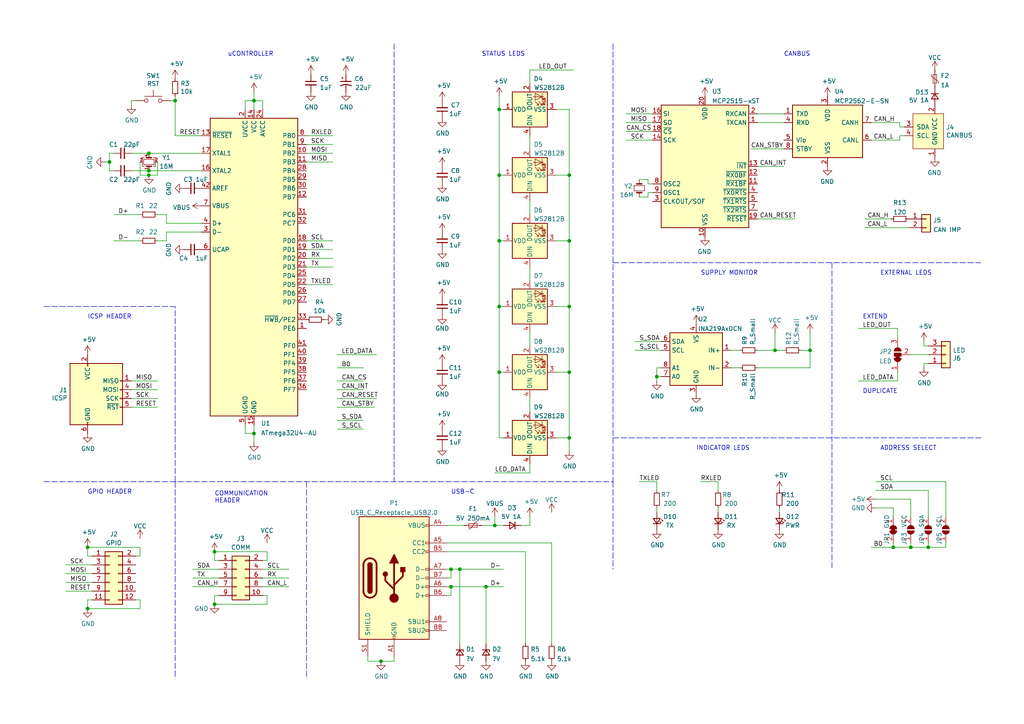
<source format=kicad_sch>
(kicad_sch (version 20211123) (generator eeschema)
  (paper "A4")
  (title_block (title "Status Light") (date "2022-02-03") (rev "1.0.0"))
  (junction (at 73.66 29.21))
  (junction (at 43.18 44.45))
  (junction (at 144.78 88.9))
  (junction (at 43.18 50.8))
  (junction (at 165.1 50.8))
  (junction (at 143.51 152.4))
  (junction (at 144.78 50.8))
  (junction (at 62.23 175.26))
  (junction (at 269.24 158.75))
  (junction (at 259.08 158.75))
  (junction (at 25.4 158.75))
  (junction (at 165.1 88.9))
  (junction (at 144.78 31.75))
  (junction (at 73.66 125.73))
  (junction (at 133.35 165.1))
  (junction (at 234.95 101.6))
  (junction (at 110.49 191.77))
  (junction (at 144.78 107.95))
  (junction (at 130.81 165.1))
  (junction (at 190.5 109.22))
  (junction (at 144.78 69.85))
  (junction (at 264.16 158.75))
  (junction (at 130.81 170.18))
  (junction (at 165.1 127))
  (junction (at 224.79 101.6))
  (junction (at 50.8 29.21))
  (junction (at 165.1 107.95))
  (junction (at 43.18 49.53))
  (junction (at 25.4 176.53))
  (junction (at 31.75 46.99))
  (junction (at 140.97 170.18))
  (junction (at 165.1 69.85))
  (junction (at 62.23 160.02))
  (wire (pts (xy 185.42 139.7) (xy 190.5 139.7)))
  (wire (pts (xy 133.35 165.1) (xy 133.35 186.69)))
  (wire (pts (xy 144.78 127) (xy 146.05 127)))
  (wire (pts (xy 26.67 168.91) (xy 19.05 168.91)))
  (wire (pts (xy 212.09 101.6) (xy 214.63 101.6)))
  (wire (pts (xy 153.67 58.42) (xy 153.67 62.23)))
  (wire (pts (xy 143.51 149.86) (xy 143.51 152.4)))
  (wire (pts (xy 73.66 125.73) (xy 73.66 128.27)))
  (wire (pts (xy 19.05 171.45) (xy 26.67 171.45)))
  (wire (pts (xy 50.8 29.21) (xy 50.8 39.37)))
  (wire (pts (xy 165.1 69.85) (xy 165.1 88.9)))
  (wire (pts (xy 153.67 20.32) (xy 166.37 20.32)))
  (wire (pts (xy 146.05 50.8) (xy 144.78 50.8)))
  (wire (pts (xy 38.1 49.53) (xy 43.18 49.53)))
  (wire (pts (xy 146.05 88.9) (xy 144.78 88.9)))
  (wire (pts (xy 161.29 50.8) (xy 165.1 50.8)))
  (wire (pts (xy 252.73 40.64) (xy 260.985 40.64)))
  (wire (pts (xy 139.7 152.4) (xy 143.51 152.4)))
  (wire (pts (xy 153.67 152.4) (xy 151.13 152.4)))
  (wire (pts (xy 269.24 158.75) (xy 274.32 158.75)))
  (wire (pts (xy 73.66 29.21) (xy 73.66 31.75)))
  (wire (pts (xy 129.54 172.72) (xy 130.81 172.72)))
  (wire (pts (xy 267.97 100.33) (xy 269.24 100.33)))
  (wire (pts (xy 38.1 110.49) (xy 45.72 110.49)))
  (wire (pts (xy 50.8 29.21) (xy 50.8 27.94)))
  (wire (pts (xy 258.445 63.5) (xy 250.825 63.5)))
  (wire (pts (xy 73.66 29.21) (xy 71.12 29.21)))
  (wire (pts (xy 165.1 127) (xy 161.29 127)))
  (wire (pts (xy 191.77 106.68) (xy 190.5 106.68)))
  (wire (pts (xy 43.18 44.45) (xy 58.42 44.45)))
  (wire (pts (xy 161.29 107.95) (xy 165.1 107.95)))
  (wire (pts (xy 153.67 96.52) (xy 153.67 100.33)))
  (wire (pts (xy 62.23 160.02) (xy 77.47 160.02)))
  (wire (pts (xy 83.82 167.64) (xy 76.2 167.64)))
  (wire (pts (xy 224.79 96.52) (xy 224.79 101.6)))
  (wire (pts (xy 219.71 106.68) (xy 234.95 106.68)))
  (wire (pts (xy 105.41 124.46) (xy 97.79 124.46)))
  (wire (pts (xy 203.2 139.7) (xy 208.28 139.7)))
  (wire (pts (xy 106.68 190.5) (xy 106.68 191.77)))
  (wire (pts (xy 160.02 157.48) (xy 160.02 186.69)))
  (wire (pts (xy 259.08 158.75) (xy 252.73 158.75)))
  (wire (pts (xy 234.95 101.6) (xy 234.95 96.52)))
  (wire (pts (xy 190.5 106.68) (xy 190.5 109.22)))
  (wire (pts (xy 31.75 46.99) (xy 31.75 49.53)))
  (wire (pts (xy 189.23 33.02) (xy 181.61 33.02)))
  (wire (pts (xy 31.75 44.45) (xy 31.75 46.99)))
  (wire (pts (xy 40.64 161.29) (xy 39.37 161.29)))
  (wire (pts (xy 130.81 170.18) (xy 140.97 170.18)))
  (wire (pts (xy 73.66 29.21) (xy 76.2 29.21)))
  (wire (pts (xy 114.3 191.77) (xy 110.49 191.77)))
  (wire (pts (xy 189.23 35.56) (xy 181.61 35.56)))
  (wire (pts (xy 260.985 39.37) (xy 260.985 40.64)))
  (wire (pts (xy 252.73 35.56) (xy 260.985 35.56)))
  (wire (pts (xy 191.77 99.06) (xy 184.15 99.06)))
  (wire (pts (xy 33.02 44.45) (xy 31.75 44.45)))
  (wire (pts (xy 153.67 115.57) (xy 153.67 119.38)))
  (wire (pts (xy 190.5 142.24) (xy 190.5 139.7)))
  (wire (pts (xy 33.02 69.85) (xy 40.64 69.85)))
  (wire (pts (xy 63.5 170.18) (xy 55.88 170.18)))
  (wire (pts (xy 48.26 64.77) (xy 48.26 62.23)))
  (wire (pts (xy 219.71 33.02) (xy 227.33 33.02)))
  (wire (pts (xy 58.42 64.77) (xy 48.26 64.77)))
  (wire (pts (xy 259.08 157.48) (xy 259.08 158.75)))
  (wire (pts (xy 144.78 107.95) (xy 144.78 127)))
  (polyline (pts (xy 50.8 139.7) (xy 50.8 196.85)))
  (polyline (pts (xy 12.7 88.9) (xy 50.8 88.9)))
  (wire (pts (xy 63.5 162.56) (xy 62.23 162.56)))
  (wire (pts (xy 212.09 106.68) (xy 214.63 106.68)))
  (wire (pts (xy 43.18 50.8) (xy 45.72 50.8)))
  (wire (pts (xy 259.08 147.32) (xy 254 147.32)))
  (wire (pts (xy 254 139.7) (xy 274.32 139.7)))
  (wire (pts (xy 274.32 139.7) (xy 274.32 149.86)))
  (wire (pts (xy 144.78 50.8) (xy 144.78 69.85)))
  (wire (pts (xy 48.26 67.31) (xy 48.26 69.85)))
  (wire (pts (xy 45.72 62.23) (xy 48.26 62.23)))
  (wire (pts (xy 259.08 149.86) (xy 259.08 147.32)))
  (wire (pts (xy 40.64 158.75) (xy 40.64 161.29)))
  (wire (pts (xy 97.79 102.87) (xy 109.22 102.87)))
  (polyline (pts (xy 88.9 139.7) (xy 88.9 196.85)))
  (polyline (pts (xy 177.8 12.7) (xy 177.8 139.7)))
  (wire (pts (xy 96.52 77.47) (xy 88.9 77.47)))
  (wire (pts (xy 187.96 57.15) (xy 185.42 57.15)))
  (wire (pts (xy 109.22 115.57) (xy 97.79 115.57)))
  (wire (pts (xy 248.92 95.25) (xy 260.35 95.25)))
  (wire (pts (xy 96.52 74.93) (xy 88.9 74.93)))
  (wire (pts (xy 45.72 69.85) (xy 48.26 69.85)))
  (wire (pts (xy 187.96 53.34) (xy 187.96 52.07)))
  (wire (pts (xy 43.18 49.53) (xy 58.42 49.53)))
  (wire (pts (xy 234.95 106.68) (xy 234.95 101.6)))
  (wire (pts (xy 259.08 158.75) (xy 264.16 158.75)))
  (wire (pts (xy 153.67 149.86) (xy 153.67 152.4)))
  (wire (pts (xy 105.41 121.92) (xy 97.79 121.92)))
  (wire (pts (xy 58.42 67.31) (xy 48.26 67.31)))
  (wire (pts (xy 39.37 29.21) (xy 38.1 29.21)))
  (wire (pts (xy 40.64 46.99) (xy 40.64 50.8)))
  (wire (pts (xy 260.35 107.95) (xy 260.35 110.49)))
  (wire (pts (xy 77.47 175.26) (xy 77.47 172.72)))
  (wire (pts (xy 129.54 152.4) (xy 134.62 152.4)))
  (wire (pts (xy 63.5 165.1) (xy 55.88 165.1)))
  (wire (pts (xy 161.29 88.9) (xy 165.1 88.9)))
  (wire (pts (xy 108.585 118.11) (xy 97.79 118.11)))
  (wire (pts (xy 264.16 144.78) (xy 264.16 149.86)))
  (wire (pts (xy 77.47 160.02) (xy 77.47 162.56)))
  (wire (pts (xy 26.67 166.37) (xy 19.05 166.37)))
  (wire (pts (xy 267.97 105.41) (xy 267.97 106.68)))
  (wire (pts (xy 224.79 101.6) (xy 227.33 101.6)))
  (wire (pts (xy 63.5 172.72) (xy 62.23 172.72)))
  (wire (pts (xy 260.985 35.56) (xy 260.985 36.83)))
  (wire (pts (xy 96.52 41.91) (xy 88.9 41.91)))
  (wire (pts (xy 262.255 39.37) (xy 260.985 39.37)))
  (wire (pts (xy 62.23 175.26) (xy 77.47 175.26)))
  (polyline (pts (xy 177.8 76.2) (xy 284.48 76.2)))
  (wire (pts (xy 38.1 118.11) (xy 45.72 118.11)))
  (wire (pts (xy 165.1 130.81) (xy 165.1 127)))
  (wire (pts (xy 161.29 31.75) (xy 165.1 31.75)))
  (wire (pts (xy 129.54 170.18) (xy 130.81 170.18)))
  (wire (pts (xy 140.97 170.18) (xy 140.97 186.69)))
  (polyline (pts (xy 177.8 139.7) (xy 177.8 165.1)))
  (wire (pts (xy 189.23 53.34) (xy 187.96 53.34)))
  (wire (pts (xy 146.05 69.85) (xy 144.78 69.85)))
  (wire (pts (xy 49.53 29.21) (xy 50.8 29.21)))
  (wire (pts (xy 106.68 191.77) (xy 110.49 191.77)))
  (wire (pts (xy 133.35 165.1) (xy 146.05 165.1)))
  (wire (pts (xy 189.23 55.88) (xy 187.96 55.88)))
  (wire (pts (xy 260.35 95.25) (xy 260.35 97.79)))
  (wire (pts (xy 96.52 82.55) (xy 88.9 82.55)))
  (wire (pts (xy 165.1 50.8) (xy 165.1 69.85)))
  (wire (pts (xy 140.97 170.18) (xy 146.05 170.18)))
  (wire (pts (xy 25.4 176.53) (xy 40.64 176.53)))
  (wire (pts (xy 187.96 55.88) (xy 187.96 57.15)))
  (wire (pts (xy 226.06 147.32) (xy 226.06 148.59)))
  (wire (pts (xy 227.33 43.18) (xy 217.805 43.18)))
  (wire (pts (xy 33.02 62.23) (xy 40.64 62.23)))
  (wire (pts (xy 71.12 123.19) (xy 71.12 125.73)))
  (wire (pts (xy 83.82 165.1) (xy 76.2 165.1)))
  (wire (pts (xy 260.35 110.49) (xy 248.92 110.49)))
  (wire (pts (xy 62.23 172.72) (xy 62.23 175.26)))
  (wire (pts (xy 130.81 172.72) (xy 130.81 170.18)))
  (wire (pts (xy 77.47 172.72) (xy 76.2 172.72)))
  (wire (pts (xy 264.16 102.87) (xy 269.24 102.87)))
  (wire (pts (xy 227.33 48.26) (xy 219.71 48.26)))
  (wire (pts (xy 30.48 46.99) (xy 31.75 46.99)))
  (wire (pts (xy 77.47 162.56) (xy 76.2 162.56)))
  (polyline (pts (xy 114.3 12.7) (xy 114.3 139.7)))
  (wire (pts (xy 219.71 35.56) (xy 227.33 35.56)))
  (wire (pts (xy 71.12 29.21) (xy 71.12 31.75)))
  (wire (pts (xy 129.54 165.1) (xy 130.81 165.1)))
  (wire (pts (xy 189.23 38.1) (xy 181.61 38.1)))
  (wire (pts (xy 153.67 39.37) (xy 153.67 43.18)))
  (wire (pts (xy 190.5 147.32) (xy 190.5 148.59)))
  (wire (pts (xy 45.72 50.8) (xy 45.72 46.99)))
  (wire (pts (xy 31.75 49.53) (xy 33.02 49.53)))
  (wire (pts (xy 187.96 52.07) (xy 185.42 52.07)))
  (wire (pts (xy 153.67 137.16) (xy 143.51 137.16)))
  (wire (pts (xy 190.5 109.22) (xy 191.77 109.22)))
  (wire (pts (xy 38.1 44.45) (xy 43.18 44.45)))
  (wire (pts (xy 269.24 158.75) (xy 269.24 157.48)))
  (wire (pts (xy 269.24 142.24) (xy 254 142.24)))
  (wire (pts (xy 73.66 123.19) (xy 73.66 125.73)))
  (wire (pts (xy 165.1 107.95) (xy 165.1 127)))
  (wire (pts (xy 153.67 134.62) (xy 153.67 137.16)))
  (wire (pts (xy 144.78 27.94) (xy 144.78 31.75)))
  (wire (pts (xy 76.2 29.21) (xy 76.2 31.75)))
  (wire (pts (xy 144.78 31.75) (xy 144.78 50.8)))
  (wire (pts (xy 269.24 105.41) (xy 267.97 105.41)))
  (wire (pts (xy 208.28 142.24) (xy 208.28 139.7)))
  (wire (pts (xy 62.23 162.56) (xy 62.23 160.02)))
  (wire (pts (xy 96.52 72.39) (xy 88.9 72.39)))
  (wire (pts (xy 146.05 107.95) (xy 144.78 107.95)))
  (wire (pts (xy 254 144.78) (xy 264.16 144.78)))
  (wire (pts (xy 96.52 39.37) (xy 88.9 39.37)))
  (wire (pts (xy 40.64 176.53) (xy 40.64 173.99)))
  (polyline (pts (xy 177.8 127) (xy 284.48 127)))
  (wire (pts (xy 264.16 158.75) (xy 269.24 158.75)))
  (wire (pts (xy 153.67 24.13) (xy 153.67 20.32)))
  (polyline (pts (xy 241.3 76.2) (xy 241.3 165.1)))
  (wire (pts (xy 38.1 29.21) (xy 38.1 30.48)))
  (wire (pts (xy 129.54 160.02) (xy 152.4 160.02)))
  (polyline (pts (xy 50.8 139.7) (xy 50.8 88.9)))
  (wire (pts (xy 232.41 101.6) (xy 234.95 101.6)))
  (wire (pts (xy 219.71 101.6) (xy 224.79 101.6)))
  (wire (pts (xy 230.505 63.5) (xy 219.71 63.5)))
  (wire (pts (xy 40.64 50.8) (xy 43.18 50.8)))
  (wire (pts (xy 269.24 142.24) (xy 269.24 149.86)))
  (wire (pts (xy 96.52 46.99) (xy 88.9 46.99)))
  (wire (pts (xy 96.52 44.45) (xy 88.9 44.45)))
  (wire (pts (xy 274.32 158.75) (xy 274.32 157.48)))
  (wire (pts (xy 263.525 66.04) (xy 250.825 66.04)))
  (polyline (pts (xy 12.7 139.7) (xy 177.8 139.7)))
  (wire (pts (xy 144.78 69.85) (xy 144.78 88.9)))
  (wire (pts (xy 97.79 106.68) (xy 105.41 106.68)))
  (wire (pts (xy 71.12 125.73) (xy 73.66 125.73)))
  (wire (pts (xy 73.66 26.67) (xy 73.66 29.21)))
  (wire (pts (xy 105.41 110.49) (xy 97.79 110.49)))
  (wire (pts (xy 38.1 113.03) (xy 45.72 113.03)))
  (wire (pts (xy 153.67 77.47) (xy 153.67 81.28)))
  (wire (pts (xy 26.67 161.29) (xy 25.4 161.29)))
  (wire (pts (xy 190.5 109.22) (xy 190.5 110.49)))
  (wire (pts (xy 26.67 173.99) (xy 25.4 173.99)))
  (wire (pts (xy 144.78 88.9) (xy 144.78 107.95)))
  (wire (pts (xy 114.3 190.5) (xy 114.3 191.77)))
  (wire (pts (xy 40.64 173.99) (xy 39.37 173.99)))
  (wire (pts (xy 267.97 99.06) (xy 267.97 100.33)))
  (wire (pts (xy 58.42 39.37) (xy 50.8 39.37)))
  (wire (pts (xy 38.1 115.57) (xy 45.72 115.57)))
  (wire (pts (xy 165.1 88.9) (xy 165.1 107.95)))
  (wire (pts (xy 130.81 165.1) (xy 133.35 165.1)))
  (wire (pts (xy 165.1 31.75) (xy 165.1 50.8)))
  (wire (pts (xy 143.51 152.4) (xy 146.05 152.4)))
  (wire (pts (xy 260.985 36.83) (xy 262.255 36.83)))
  (wire (pts (xy 25.4 158.75) (xy 40.64 158.75)))
  (wire (pts (xy 189.23 40.64) (xy 181.61 40.64)))
  (wire (pts (xy 25.4 173.99) (xy 25.4 176.53)))
  (wire (pts (xy 130.81 167.64) (xy 130.81 165.1)))
  (wire (pts (xy 161.29 69.85) (xy 165.1 69.85)))
  (wire (pts (xy 208.28 147.32) (xy 208.28 148.59)))
  (wire (pts (xy 129.54 167.64) (xy 130.81 167.64)))
  (wire (pts (xy 129.54 157.48) (xy 160.02 157.48)))
  (wire (pts (xy 191.77 101.6) (xy 184.15 101.6)))
  (wire (pts (xy 146.05 31.75) (xy 144.78 31.75)))
  (wire (pts (xy 83.82 170.18) (xy 76.2 170.18)))
  (wire (pts (xy 26.67 163.83) (xy 19.05 163.83)))
  (wire (pts (xy 63.5 167.64) (xy 55.88 167.64)))
  (wire (pts (xy 152.4 160.02) (xy 152.4 186.69)))
  (wire (pts (xy 96.52 69.85) (xy 88.9 69.85)))
  (wire (pts (xy 264.16 158.75) (xy 264.16 157.48)))
  (wire (pts (xy 105.41 113.03) (xy 97.79 113.03)))
  (wire (pts (xy 25.4 161.29) (xy 25.4 158.75)))
  (text "CANBUS" (at 227.33 16.51 0) (effects (font (size 1.27 1.27)) (justify left bottom)))
  (text "uCONTROLLER" (at 66.04 16.51 0) (effects (font (size 1.27 1.27)) (justify left bottom)))
  (text "INDICATOR LEDS" (at 201.93 130.81 0) (effects (font (size 1.27 1.27)) (justify left bottom)))
  (text "DUPLICATE" (at 250.19 114.3 0) (effects (font (size 1.27 1.27)) (justify left bottom)))
  (text "EXTERNAL LEDS" (at 255.27 80.01 0) (effects (font (size 1.27 1.27)) (justify left bottom)))
  (text "EXTEND" (at 250.19 92.71 0) (effects (font (size 1.27 1.27)) (justify left bottom)))
  (text "USB-C" (at 130.81 143.51 0) (effects (font (size 1.27 1.27)) (justify left bottom)))
  (text "SUPPLY MONITOR" (at 203.2 80.01 0) (effects (font (size 1.27 1.27)) (justify left bottom)))
  (text "ICSP HEADER" (at 25.4 92.71 0) (effects (font (size 1.27 1.27)) (justify left bottom)))
  (text "ADDRESS SELECT" (at 255.27 130.81 0) (effects (font (size 1.27 1.27)) (justify left bottom)))
  (text "STATUS LEDS" (at 139.7 16.51 0) (effects (font (size 1.27 1.27)) (justify left bottom)))
  (text "COMMUNICATION\nHEADER" (at 62.23 146.05 0) (effects (font (size 1.27 1.27)) (justify left bottom)))
  (text "GPIO HEADER" (at 25.4 143.51 0) (effects (font (size 1.27 1.27)) (justify left bottom)))
  (label "RESET" (at 52.07 39.37 0))
  (label "MISO" (at 182.88 35.56 0))
  (label "CAN_H" (at 253.365 35.56 0))
  (label "LED_DATA" (at 143.51 137.16 0))
  (label "D-" (at 34.29 69.85 0))
  (label "MOSI" (at 90.17 44.45 0))
  (label "S_SDA" (at 185.42 99.06 0))
  (label "SCK" (at 182.88 40.64 0))
  (label "CAN_INT" (at 220.345 48.26 0))
  (label "CAN_L" (at 253.365 40.64 0))
  (label "S_SCL" (at 99.06 124.46 0))
  (label "D+" (at 142.24 170.18 0))
  (label "MOSI" (at 182.88 33.02 0))
  (label "LED_OUT" (at 250.19 95.25 0))
  (label "RX" (at 77.47 167.64 0))
  (label "CAN_RESET" (at 99.06 115.57 0))
  (label "MOSI" (at 20.32 166.37 0))
  (label "CAN_INT" (at 99.06 113.03 0))
  (label "SCK" (at 90.17 41.91 0))
  (label "D+" (at 34.29 62.23 0))
  (label "RXLED" (at 90.17 39.37 0))
  (label "SCK" (at 20.32 163.83 0))
  (label "SDA" (at 90.17 72.39 0))
  (label "CAN_CS" (at 181.61 38.1 0))
  (label "RESET" (at 39.37 118.11 0))
  (label "CAN_CS" (at 99.06 110.49 0))
  (label "MISO" (at 39.37 110.49 0))
  (label "SDA" (at 57.15 165.1 0))
  (label "RESET" (at 20.32 171.45 0))
  (label "CAN_L" (at 251.587 66.04 0))
  (label "SCL" (at 90.17 69.85 0))
  (label "B0" (at 253.365 158.75 0))
  (label "TX" (at 90.17 77.47 0))
  (label "S_SDA" (at 99.06 121.92 0))
  (label "MISO" (at 20.32 168.91 0))
  (label "SCK" (at 39.37 115.57 0))
  (label "B0" (at 99.06 106.68 0))
  (label "LED_OUT" (at 156.21 20.32 0))
  (label "CAN_STBY" (at 217.805 43.18 0))
  (label "LED_DATA" (at 99.06 102.87 0))
  (label "TXLED" (at 185.42 139.7 0))
  (label "MISO" (at 90.17 46.99 0))
  (label "LED_DATA" (at 250.19 110.49 0))
  (label "RXLED" (at 203.2 139.7 0))
  (label "D-" (at 142.24 165.1 0))
  (label "CAN_L" (at 77.47 170.18 0))
  (label "SDA" (at 255.27 142.24 0))
  (label "MOSI" (at 39.37 113.03 0))
  (label "RX" (at 90.17 74.93 0))
  (label "CAN_H" (at 251.587 63.5 0))
  (label "SCL" (at 255.27 139.7 0))
  (label "TX" (at 57.15 167.64 0))
  (label "CAN_STBY" (at 99.06 118.11 0))
  (label "TXLED" (at 90.17 82.55 0))
  (label "S_SCL" (at 185.42 101.6 0))
  (label "SCL" (at 77.47 165.1 0))
  (label "CAN_RESET" (at 220.345 63.5 0))
  (label "CAN_H" (at 57.15 170.18 0))
  (symbol (lib_id "Jumper:SolderJumper_2_Open") (at 264.16 153.67 90) (unit 1)
    (property "Reference" "JP3" (at 262.255 156.21 0))
    (property "Value" "VCC" (at 262.255 151.13 0))
    (property "Footprint" "Jumper:SolderJumper-2_P1.3mm_Open_RoundedPad1.0x1.5mm" (effects hide))
  )
  (symbol (lib_id "power:GND") (at 25.4 125.73 0) (unit 1)
    (property "Reference" "#PWR02" (effects hide))
    (property "Value" "GND" (at 25.527 130.1242 0))
  )
  (symbol (lib_id "Device:R_Small") (at 50.8 25.4 180) (unit 1)
    (property "Reference" "R3" (at 52.2986 24.2316 0) (effects (justify right)))
    (property "Value" "10k" (at 52.2986 26.543 0) (effects (justify right)))
    (property "Footprint" "Resistor_SMD:R_0603_1608Metric" (effects hide))
  )
  (symbol (lib_id "power:GND") (at 38.1 30.48 0) (unit 1)
    (property "Reference" "#PWR06" (effects hide))
    (property "Value" "GND" (at 38.227 34.8742 0))
  )
  (symbol (lib_id "Switch:SW_Push") (at 44.45 29.21 0) (unit 1)
    (property "Reference" "SW1" (at 44.45 21.971 0))
    (property "Value" "RST" (at 44.45 24.2824 0))
    (property "Footprint" "Button_Switch_SMD:SW_SPST_B3U-1000P" (effects hide))
  )
  (symbol (lib_id "Device:LED_Small") (at 226.06 151.13 270) (mirror x) (unit 1)
    (property "Reference" "D12" (at 229.87 149.86 90))
    (property "Value" "PWR" (at 229.87 152.4 90))
    (property "Footprint" "Diode_SMD:D_0603_1608Metric" (effects hide))
  )
  (symbol (lib_id "Device:R_Small") (at 226.06 144.78 180) (unit 1)
    (property "Reference" "R11" (at 228.6 143.51 0))
    (property "Value" "200" (at 229.87 146.05 0))
    (property "Footprint" "Resistor_SMD:R_0603_1608Metric" (effects hide))
  )
  (symbol (lib_id "power:GND") (at 226.06 153.67 0) (unit 1)
    (property "Reference" "#PWR051" (effects hide))
    (property "Value" "GND" (at 226.187 158.0642 0))
  )
  (symbol (lib_id "Connector:AVR-ISP-6") (at 27.94 115.57 0) (unit 1)
    (property "Reference" "J1" (at 19.5834 113.1316 0) (effects (justify right)))
    (property "Value" "ICSP" (at 19.5834 115.443 0) (effects (justify right)))
    (property "Footprint" "Connector_PinHeader_2.54mm:PinHeader_2x03_P2.54mm_Vertical" (effects hide))
    (property "Datasheet" " ~" (effects hide))
  )
  (symbol (lib_id "Connector_Generic:Conn_01x03") (at 274.32 102.87 0) (mirror x) (unit 1)
    (property "Reference" "J6" (at 276.352 103.9368 0) (effects (justify left)))
    (property "Value" "LED" (at 276.352 101.6254 0) (effects (justify left)))
    (property "Footprint" "Connector_PinHeader_2.54mm:PinHeader_1x03_P2.54mm_Vertical" (effects hide))
  )
  (symbol (lib_id "power:GND") (at 267.97 106.68 0) (unit 1)
    (property "Reference" "#PWR058" (effects hide))
    (property "Value" "GND" (at 268.097 111.0742 0))
  )
  (symbol (lib_id "power:GND") (at 73.66 128.27 0) (unit 1)
    (property "Reference" "#PWR015" (effects hide))
    (property "Value" "GND" (at 73.787 132.6642 0))
  )
  (symbol (lib_id "Device:C_Small") (at 90.17 24.13 0) (unit 1)
    (property "Reference" "C5" (at 92.71 22.86 0) (effects (justify left)))
    (property "Value" "1uF" (at 92.71 25.4 0) (effects (justify left)))
    (property "Footprint" "Capacitor_SMD:C_0603_1608Metric" (effects hide))
  )
  (symbol (lib_id "Device:CP1_Small") (at 100.33 24.13 0) (unit 1)
    (property "Reference" "C6" (at 104.14 22.86 0))
    (property "Value" "22uF" (at 105.41 25.4 0))
    (property "Footprint" "Capacitor_SMD:C_0603_1608Metric" (effects hide))
  )
  (symbol (lib_id "Device:C_Small") (at 128.27 127 180) (unit 1)
    (property "Reference" "C12" (at 132.08 125.73 0))
    (property "Value" "1uF" (at 132.08 128.27 0))
    (property "Footprint" "Capacitor_SMD:C_0603_1608Metric" (effects hide))
  )
  (symbol (lib_id "Jumper:SolderJumper_2_Open") (at 269.24 153.67 90) (unit 1)
    (property "Reference" "JP4" (at 267.335 156.21 0))
    (property "Value" "SDA" (at 267.335 151.13 0))
    (property "Footprint" "Jumper:SolderJumper-2_P1.3mm_Open_RoundedPad1.0x1.5mm" (effects hide))
  )
  (symbol (lib_id "Jumper:SolderJumper_2_Open") (at 274.32 153.67 90) (unit 1)
    (property "Reference" "JP5" (at 272.415 156.21 0))
    (property "Value" "SCL" (at 272.415 151.13 0))
    (property "Footprint" "Jumper:SolderJumper-2_P1.3mm_Open_RoundedPad1.0x1.5mm" (effects hide))
  )
  (symbol (lib_id "Jumper:SolderJumper_2_Bridged") (at 259.08 153.67 270) (unit 1)
    (property "Reference" "JP1" (at 257.175 154.305 0) (effects (justify left)))
    (property "Value" "GND" (at 257.175 149.225 0) (effects (justify left)))
    (property "Footprint" "Jumper:SolderJumper-2_P1.3mm_Bridged_RoundedPad1.0x1.5mm" (effects hide))
  )
  (symbol (lib_id "power:GND") (at 128.27 129.54 0) (unit 1)
    (property "Reference" "#PWR033" (effects hide))
    (property "Value" "GND" (at 128.397 133.9342 0))
  )
  (symbol (lib_id "power:GND") (at 90.17 26.67 0) (unit 1)
    (property "Reference" "#PWR017" (effects hide))
    (property "Value" "GND" (at 90.297 31.0642 0))
  )
  (symbol (lib_id "power:GND") (at 100.33 26.67 0) (unit 1)
    (property "Reference" "#PWR020" (effects hide))
    (property "Value" "GND" (at 100.457 31.0642 0))
  )
  (symbol (lib_id "LED:WS2812B") (at 153.67 127 90) (unit 1)
    (property "Reference" "D9" (at 157.48 118.11 90) (effects (justify left)))
    (property "Value" "WS2812B" (at 163.83 120.65 90) (effects (justify left)))
    (property "Footprint" "LED_SMD:LED_WS2812B_PLCC4_5.0x5.0mm_P3.2mm" (effects hide))
    (property "Datasheet" "https://cdn-shop.adafruit.com/datasheets/WS2812B.pdf" (effects hide))
  )
  (symbol (lib_id "power:GND") (at 165.1 130.81 0) (unit 1)
    (property "Reference" "#PWR041" (effects hide))
    (property "Value" "GND" (at 165.227 135.2042 0))
  )
  (symbol (lib_id "LED:WS2812B") (at 153.67 107.95 90) (unit 1)
    (property "Reference" "D8" (at 157.48 99.06 90) (effects (justify left)))
    (property "Value" "WS2812B" (at 163.83 101.6 90) (effects (justify left)))
    (property "Footprint" "LED_SMD:LED_WS2812B_PLCC4_5.0x5.0mm_P3.2mm" (effects hide))
    (property "Datasheet" "https://cdn-shop.adafruit.com/datasheets/WS2812B.pdf" (effects hide))
  )
  (symbol (lib_id "LED:WS2812B") (at 153.67 88.9 90) (unit 1)
    (property "Reference" "D7" (at 157.48 80.01 90) (effects (justify left)))
    (property "Value" "WS2812B" (at 163.83 82.55 90) (effects (justify left)))
    (property "Footprint" "LED_SMD:LED_WS2812B_PLCC4_5.0x5.0mm_P3.2mm" (effects hide))
    (property "Datasheet" "https://cdn-shop.adafruit.com/datasheets/WS2812B.pdf" (effects hide))
  )
  (symbol (lib_id "LED:WS2812B") (at 153.67 69.85 90) (unit 1)
    (property "Reference" "D6" (at 157.48 60.96 90) (effects (justify left)))
    (property "Value" "WS2812B" (at 163.83 63.5 90) (effects (justify left)))
    (property "Footprint" "LED_SMD:LED_WS2812B_PLCC4_5.0x5.0mm_P3.2mm" (effects hide))
    (property "Datasheet" "https://cdn-shop.adafruit.com/datasheets/WS2812B.pdf" (effects hide))
  )
  (symbol (lib_id "LED:WS2812B") (at 153.67 50.8 90) (unit 1)
    (property "Reference" "D5" (at 157.48 41.91 90) (effects (justify left)))
    (property "Value" "WS2812B" (at 163.83 44.45 90) (effects (justify left)))
    (property "Footprint" "LED_SMD:LED_WS2812B_PLCC4_5.0x5.0mm_P3.2mm" (effects hide))
    (property "Datasheet" "https://cdn-shop.adafruit.com/datasheets/WS2812B.pdf" (effects hide))
  )
  (symbol (lib_id "LED:WS2812B") (at 153.67 31.75 90) (unit 1)
    (property "Reference" "D4" (at 157.48 22.86 90) (effects (justify left)))
    (property "Value" "WS2812B" (at 163.83 25.4 90) (effects (justify left)))
    (property "Footprint" "LED_SMD:LED_WS2812B_PLCC4_5.0x5.0mm_P3.2mm" (effects hide))
    (property "Datasheet" "https://cdn-shop.adafruit.com/datasheets/WS2812B.pdf" (effects hide))
  )
  (symbol (lib_id "power:+5V") (at 144.78 27.94 0) (unit 1)
    (property "Reference" "#PWR037" (effects hide))
    (property "Value" "+5V" (at 145.161 23.5458 0))
  )
  (symbol (lib_id "power:+5V") (at 267.97 99.06 0) (unit 1)
    (property "Reference" "#PWR057" (effects hide))
    (property "Value" "+5V" (at 268.351 94.6658 0))
  )
  (symbol (lib_id "power:+5V") (at 226.06 142.24 0) (unit 1)
    (property "Reference" "#PWR050" (effects hide))
    (property "Value" "+5V" (at 226.441 137.8458 0))
  )
  (symbol (lib_id "power:+5V") (at 50.8 22.86 0) (unit 1)
    (property "Reference" "#PWR08" (effects hide))
    (property "Value" "+5V" (at 51.181 18.4658 0))
  )
  (symbol (lib_id "power:+5V") (at 73.66 26.67 0) (unit 1)
    (property "Reference" "#PWR014" (effects hide))
    (property "Value" "+5V" (at 74.041 22.2758 0))
  )
  (symbol (lib_id "power:+5V") (at 25.4 102.87 0) (unit 1)
    (property "Reference" "#PWR01" (effects hide))
    (property "Value" "+5V" (at 25.781 98.4758 0))
  )
  (symbol (lib_id "power:+5V") (at 254 144.78 90) (unit 1)
    (property "Reference" "#PWR055" (effects hide))
    (property "Value" "+5V" (at 248.92 144.78 90))
  )
  (symbol (lib_id "power:GND") (at 254 147.32 270) (unit 1)
    (property "Reference" "#PWR056" (effects hide))
    (property "Value" "GND" (at 248.92 147.32 90))
  )
  (symbol (lib_id "power:VCC") (at 160.02 148.59 0) (unit 1)
    (property "Reference" "#PWR?" (effects hide))
    (property "Value" "VCC" (at 160.02 144.9855 0))
  )
  (symbol (lib_id "Device:C_Small") (at 128.27 88.9 180) (unit 1)
    (property "Reference" "C10" (at 132.08 87.63 0))
    (property "Value" "1uF" (at 132.08 90.17 0))
    (property "Footprint" "Capacitor_SMD:C_0603_1608Metric" (effects hide))
  )
  (symbol (lib_id "power:GND") (at 53.34 72.39 270) (unit 1)
    (property "Reference" "#PWR010" (effects hide))
    (property "Value" "GND" (at 48.9458 72.517 0))
  )
  (symbol (lib_id "MCU_Microchip_ATmega:ATmega32U4-AU") (at 73.66 77.47 0) (unit 1)
    (property "Reference" "U1" (at 75.6794 122.7995 0) (effects (justify left)))
    (property "Value" "ATmega32U4-AU" (at 75.6794 125.5746 0) (effects (justify left)))
    (property "Footprint" "Package_QFP:TQFP-44_10x10mm_P0.8mm" (effects hide))
    (property "Datasheet" "http://ww1.microchip.com/downloads/en/DeviceDoc/Atmel-7766-8-bit-AVR-ATmega16U4-32U4_Datasheet.pdf" (effects hide))
  )
  (symbol (lib_id "power:GND") (at 128.27 110.49 0) (unit 1)
    (property "Reference" "#PWR031" (effects hide))
    (property "Value" "GND" (at 128.27 114.3 0))
  )
  (symbol (lib_id "Connector_Generic:Conn_01x02") (at 268.605 63.5 0) (unit 1)
    (property "Reference" "J5" (at 270.637 63.8615 0) (effects (justify left)))
    (property "Value" "CAN IMP" (at 270.637 66.6366 0) (effects (justify left)))
    (property "Footprint" "Connector_PinHeader_2.54mm:PinHeader_1x02_P2.54mm_Vertical" (effects hide))
  )
  (symbol (lib_id "Device:Polyfuse_Small") (at 137.16 152.4 90) (unit 1)
    (property "Reference" "F1" (at 137.16 147.5445 90))
    (property "Value" "5V 250mA" (at 137.16 150.3196 90))
    (property "Footprint" "Fuse:Fuse_2010_5025Metric" (effects hide))
  )
  (symbol (lib_id "power:+5V") (at 25.4 158.75 0) (unit 1)
    (property "Reference" "#PWR03" (effects hide))
    (property "Value" "+5V" (at 25.781 154.3558 0))
  )
  (symbol (lib_id "Interface_CAN_LIN:MCP2562-E-SN") (at 240.03 38.1 0) (unit 1)
    (property "Reference" "U4" (at 242.0494 26.5135 0) (effects (justify left)))
    (property "Value" "MCP2562-E-SN" (at 242.0494 29.2886 0) (effects (justify left)))
    (property "Footprint" "Package_SO:SOIC-8_3.9x4.9mm_P1.27mm" (effects hide))
    (property "Datasheet" "http://ww1.microchip.com/downloads/en/DeviceDoc/25167A.pdf" (effects hide))
  )
  (symbol (lib_id "Device:C_Small") (at 55.88 54.61 90) (unit 1)
    (property "Reference" "C3" (at 55.88 52.07 90) (effects (justify left)))
    (property "Value" "1uF" (at 60.325 52.07 90) (effects (justify left)))
    (property "Footprint" "Capacitor_SMD:C_0603_1608Metric" (effects hide))
  )
  (symbol (lib_name "R_Small_3") (lib_id "Device:R_Small") (at 260.985 63.5 90) (unit 1)
    (property "Reference" "R13" (at 260.985 58.7969 90))
    (property "Value" "120" (at 260.985 61.572 90))
    (property "Footprint" "Resistor_SMD:R_0603_1608Metric" (effects hide))
  )
  (symbol (lib_id "power:GND") (at 160.02 191.77 0) (unit 1)
    (property "Reference" "#PWR040" (effects hide))
    (property "Value" "GND" (at 160.147 196.1642 0))
  )
  (symbol (lib_id "Device:R_Small") (at 217.17 101.6 90) (unit 1)
    (property "Reference" "R9" (at 216.0016 100.1014 0) (effects (justify left)))
    (property "Value" "R_Small" (at 218.313 100.1014 0) (effects (justify left)))
    (property "Footprint" "Resistor_SMD:R_0603_1608Metric" (effects hide))
  )
  (symbol (lib_id "power:VCC") (at 40.64 156.21 0) (unit 1)
    (property "Reference" "#PWR0102" (effects hide))
    (property "Value" "VCC" (at 40.64 152.6055 0))
  )
  (symbol (lib_id "Device:R_Small") (at 229.87 101.6 90) (unit 1)
    (property "Reference" "R12" (at 228.7016 100.1014 0) (effects (justify left)))
    (property "Value" "R_Small" (at 231.013 100.1014 0) (effects (justify left)))
    (property "Footprint" "Resistor_SMD:R_1210_3225Metric" (effects hide))
  )
  (symbol (lib_id "power:GND") (at 204.47 68.58 0) (mirror y) (unit 1)
    (property "Reference" "#PWR047" (effects hide))
    (property "Value" "GND" (at 204.343 72.9742 0))
  )
  (symbol (lib_id "power:GND") (at 128.27 91.44 0) (unit 1)
    (property "Reference" "#PWR029" (effects hide))
    (property "Value" "GND" (at 128.27 95.25 0))
  )
  (symbol (lib_id "power:+5V") (at 128.27 124.46 0) (unit 1)
    (property "Reference" "#PWR032" (effects hide))
    (property "Value" "+5V" (at 128.651 120.0658 0))
  )
  (symbol (lib_id "power:GND") (at 208.28 153.67 0) (unit 1)
    (property "Reference" "#PWR048" (effects hide))
    (property "Value" "GND" (at 208.407 158.0642 0))
  )
  (symbol (lib_id "power:GND") (at 271.145 45.72 0) (mirror y) (unit 1)
    (property "Reference" "#PWR060" (effects hide))
    (property "Value" "GND" (at 271.018 50.1142 0))
  )
  (symbol (lib_id "Device:C_Small") (at 128.27 107.95 180) (unit 1)
    (property "Reference" "C11" (at 132.08 106.68 0))
    (property "Value" "1uF" (at 132.08 109.22 0))
    (property "Footprint" "Capacitor_SMD:C_0603_1608Metric" (effects hide))
  )
  (symbol (lib_id "power:GND") (at 43.18 50.8 0) (unit 1)
    (property "Reference" "#PWR07" (effects hide))
    (property "Value" "GND" (at 43.307 55.1942 0))
  )
  (symbol (lib_id "Connector_Generic:Conn_02x05_Odd_Even") (at 68.58 167.64 0) (unit 1)
    (property "Reference" "J3" (at 69.85 156.21 0))
    (property "Value" "COMM" (at 69.85 158.75 0))
  )
  (symbol (lib_id "power:+5V") (at 234.95 96.52 0) (unit 1)
    (property "Reference" "#PWR052" (effects hide))
    (property "Value" "+5V" (at 235.331 92.1258 0))
  )
  (symbol (lib_name "R_Small_1") (lib_id "Device:R_Small") (at 91.44 92.71 90) (unit 1)
    (property "Reference" "R4" (at 92.71 87.63 90))
    (property "Value" "10k" (at 92.71 90.17 90))
    (property "Footprint" "Resistor_SMD:R_0603_1608Metric" (effects hide))
  )
  (symbol (lib_id "power:VCC") (at 271.145 20.32 0) (unit 1)
    (property "Reference" "#PWR059" (effects hide))
    (property "Value" "VCC" (at 271.145 16.7155 0))
  )
  (symbol (lib_id "power:+5V") (at 204.47 27.94 0) (unit 1)
    (property "Reference" "#PWR046" (effects hide))
    (property "Value" "+5V" (at 204.851 23.5458 0))
  )
  (symbol (lib_id "Device:C_Small") (at 128.27 50.8 180) (unit 1)
    (property "Reference" "C8" (at 132.08 49.53 0))
    (property "Value" "1uF" (at 132.08 52.07 0))
    (property "Footprint" "Capacitor_SMD:C_0603_1608Metric" (effects hide))
  )
  (symbol (lib_id "power:GND") (at 240.03 48.26 0) (mirror y) (unit 1)
    (property "Reference" "#PWR054" (effects hide))
    (property "Value" "GND" (at 239.903 52.6542 0))
  )
  (symbol (lib_id "Device:C_Small") (at 128.27 31.75 180) (unit 1)
    (property "Reference" "C7" (at 132.08 30.48 0))
    (property "Value" "1uF" (at 132.08 33.02 0))
    (property "Footprint" "Capacitor_SMD:C_0603_1608Metric" (effects hide))
  )
  (symbol (lib_id "power:GND") (at 201.93 114.3 0) (unit 1)
    (property "Reference" "#PWR045" (effects hide))
    (property "Value" "GND" (at 202.057 118.6942 0))
  )
  (symbol (lib_id "Device:Crystal_GND23_Small") (at 43.18 46.99 90) (unit 1)
    (property "Reference" "Y1" (at 48.26 45.72 90))
    (property "Value" "16M" (at 48.26 48.26 90))
  )
  (symbol (lib_id "power:+5V") (at 128.27 105.41 0) (unit 1)
    (property "Reference" "#PWR030" (effects hide))
    (property "Value" "+5V" (at 128.651 101.0158 0))
  )
  (symbol (lib_id "power:GND") (at 190.5 110.49 0) (unit 1)
    (property "Reference" "#PWR042" (effects hide))
    (property "Value" "GND" (at 190.627 114.8842 0))
  )
  (symbol (lib_id "Device:D_Small") (at 148.59 152.4 0) (mirror y) (unit 1)
    (property "Reference" "D3" (at 149.86 147.32 0) (effects (justify left)))
    (property "Value" "5V 1A" (at 151.13 149.86 0) (effects (justify left)))
    (property "Footprint" "Diode_SMD:D_0603_1608Metric" (effects hide))
  )
  (symbol (lib_id "Device:C_Small") (at 35.56 44.45 90) (unit 1)
    (property "Reference" "C1" (at 34.29 41.91 90) (effects (justify left)))
    (property "Value" "22pF" (at 40.64 41.91 90) (effects (justify left)))
    (property "Footprint" "Capacitor_SMD:C_0603_1608Metric" (effects hide))
  )
  (symbol (lib_name "R_Small_1") (lib_id "Device:R_Small") (at 43.18 69.85 90) (mirror x) (unit 1)
    (property "Reference" "R2" (at 40.64 67.31 90))
    (property "Value" "22" (at 44.45 67.31 90))
    (property "Footprint" "Resistor_SMD:R_0603_1608Metric" (effects hide))
  )
  (symbol (lib_id "Device:R_Small") (at 208.28 144.78 180) (unit 1)
    (property "Reference" "R8" (at 210.82 143.51 0))
    (property "Value" "200" (at 212.09 146.05 0))
    (property "Footprint" "Resistor_SMD:R_0603_1608Metric" (effects hide))
  )
  (symbol (lib_id "power:GND") (at 152.4 191.77 0) (unit 1)
    (property "Reference" "#PWR038" (effects hide))
    (property "Value" "GND" (at 152.527 196.1642 0))
  )
  (symbol (lib_id "Jumper:SolderJumper_3_Bridged12") (at 260.35 102.87 90) (unit 1)
    (property "Reference" "JP2" (at 258.6991 101.9615 90) (effects (justify left)))
    (property "Value" "LED" (at 258.6991 104.7366 90) (effects (justify left)))
    (property "Footprint" "Jumper:SolderJumper-3_P1.3mm_Bridged12_RoundedPad1.0x1.5mm_NumberLabels" (effects hide))
  )
  (symbol (lib_id "power:GND") (at 128.27 53.34 0) (unit 1)
    (property "Reference" "#PWR025" (effects hide))
    (property "Value" "GND" (at 128.397 57.7342 0))
  )
  (symbol (lib_id "Device:Polyfuse_Small") (at 271.145 22.86 0) (unit 1)
    (property "Reference" "F2" (at 272.796 21.9515 0) (effects (justify left)))
    (property "Value" "1A" (at 272.796 24.7266 0) (effects (justify left)))
    (property "Footprint" "Fuse:Fuse_2010_5025Metric" (effects hide))
  )
  (symbol (lib_id "power:GND") (at 128.27 72.39 0) (unit 1)
    (property "Reference" "#PWR027" (effects hide))
    (property "Value" "GND" (at 128.397 76.7842 0))
  )
  (symbol (lib_id "power:GND") (at 30.48 46.99 270) (unit 1)
    (property "Reference" "#PWR05" (effects hide))
    (property "Value" "GND" (at 26.0858 47.117 0))
  )
  (symbol (lib_id "power:GND") (at 140.97 191.77 0) (unit 1)
    (property "Reference" "#PWR035" (effects hide))
    (property "Value" "GND" (at 141.097 196.1642 0))
  )
  (symbol (lib_id "power:+5V") (at 128.27 67.31 0) (unit 1)
    (property "Reference" "#PWR026" (effects hide))
    (property "Value" "+5V" (at 128.651 62.9158 0))
  )
  (symbol (lib_id "Device:Crystal_Small") (at 185.42 54.61 270) (mirror x) (unit 1)
    (property "Reference" "Y2" (at 180.975 53.975 90) (effects (justify left)))
    (property "Value" "16M" (at 179.705 56.515 90) (effects (justify left)))
  )
  (symbol (lib_id "power:GND") (at 25.4 176.53 0) (unit 1)
    (property "Reference" "#PWR04" (effects hide))
    (property "Value" "GND" (at 25.527 180.9242 0))
  )
  (symbol (lib_id "Interface_CAN_LIN:MCP2515-xST") (at 204.47 48.26 0) (unit 1)
    (property "Reference" "U3" (at 206.4894 26.5135 0) (effects (justify left)))
    (property "Value" "MCP2515-xST" (at 206.4894 29.2886 0) (effects (justify left)))
    (property "Footprint" "Package_SO:TSSOP-20_4.4x6.5mm_P0.65mm" (effects hide))
    (property "Datasheet" "http://ww1.microchip.com/downloads/en/DeviceDoc/21801e.pdf" (effects hide))
  )
  (symbol (lib_id "power:+5V") (at 201.93 93.98 0) (unit 1)
    (property "Reference" "#PWR044" (effects hide))
    (property "Value" "+5V" (at 202.311 89.5858 0))
  )
  (symbol (lib_name "R_Small_1") (lib_id "Device:R_Small") (at 43.18 62.23 90) (mirror x) (unit 1)
    (property "Reference" "R1" (at 40.64 59.69 90))
    (property "Value" "22" (at 44.45 59.69 90))
    (property "Footprint" "Resistor_SMD:R_0603_1608Metric" (effects hide))
  )
  (symbol (lib_id "Device:C_Small") (at 35.56 49.53 90) (mirror x) (unit 1)
    (property "Reference" "C2" (at 34.29 52.07 90) (effects (justify left)))
    (property "Value" "22pF" (at 40.64 52.07 90) (effects (justify left)))
    (property "Footprint" "Capacitor_SMD:C_0603_1608Metric" (effects hide))
  )
  (symbol (lib_id "power:GND") (at 110.49 191.77 0) (unit 1)
    (property "Reference" "#PWR021" (effects hide))
    (property "Value" "GND" (at 110.617 196.1642 0))
  )
  (symbol (lib_id "Connector:USB_C_Receptacle_USB2.0") (at 114.3 167.64 0) (unit 1)
    (property "Reference" "P1" (at 114.3 145.8935 0))
    (property "Value" "USB_C_Receptacle_USB2.0" (at 114.3 148.6686 0))
    (property "Footprint" "Connector_USB:USB_C_Receptacle_JAE_DX07S016JA1R1500" (effects hide))
    (property "Datasheet" "https://www.usb.org/sites/default/files/documents/usb_type-c.zip" (effects hide))
  )
  (symbol (lib_name "R_Small_2") (lib_id "Device:R_Small") (at 160.02 189.23 0) (unit 1)
    (property "Reference" "R6" (at 161.5186 188.3215 0) (effects (justify left)))
    (property "Value" "5.1k" (at 161.5186 191.0966 0) (effects (justify left)))
    (property "Footprint" "Resistor_SMD:R_0603_1608Metric" (effects hide))
  )
  (symbol (lib_id "Device:LED_Small") (at 208.28 151.13 270) (mirror x) (unit 1)
    (property "Reference" "D11" (at 212.09 149.86 90))
    (property "Value" "RX" (at 212.09 152.4 90))
    (property "Footprint" "Diode_SMD:D_0603_1608Metric" (effects hide))
  )
  (symbol (lib_id "Device:R_Small") (at 217.17 106.68 90) (mirror x) (unit 1)
    (property "Reference" "R10" (at 216.0016 108.1786 0) (effects (justify left)))
    (property "Value" "R_Small" (at 218.313 108.1786 0) (effects (justify left)))
    (property "Footprint" "Resistor_SMD:R_0603_1608Metric" (effects hide))
  )
  (symbol (lib_id "Device:LED_Small") (at 190.5 151.13 270) (mirror x) (unit 1)
    (property "Reference" "D10" (at 194.31 149.86 90))
    (property "Value" "TX" (at 194.31 152.4 90))
    (property "Footprint" "Diode_SMD:D_0603_1608Metric" (effects hide))
  )
  (symbol (lib_id "power:VCC") (at 224.79 96.52 0) (unit 1)
    (property "Reference" "#PWR049" (effects hide))
    (property "Value" "VCC" (at 224.79 92.9155 0))
  )
  (symbol (lib_id "power:GND") (at 133.35 191.77 0) (unit 1)
    (property "Reference" "#PWR034" (effects hide))
    (property "Value" "GND" (at 133.477 196.1642 0))
  )
  (symbol (lib_id "Device:C_Small") (at 128.27 69.85 180) (unit 1)
    (property "Reference" "C9" (at 132.08 68.58 0))
    (property "Value" "1uF" (at 132.08 71.12 0))
    (property "Footprint" "Capacitor_SMD:C_0603_1608Metric" (effects hide))
  )
  (symbol (lib_id "power:GND") (at 190.5 153.67 0) (unit 1)
    (property "Reference" "#PWR043" (effects hide))
    (property "Value" "GND" (at 190.627 158.0642 0))
  )
  (symbol (lib_id "power:+5V") (at 100.33 21.59 0) (unit 1)
    (property "Reference" "#PWR019" (effects hide))
    (property "Value" "+5V" (at 100.711 17.1958 0))
  )
  (symbol (lib_id "power:GND") (at 62.23 175.26 0) (unit 1)
    (property "Reference" "#PWR013" (effects hide))
    (property "Value" "GND" (at 58.42 176.53 0))
  )
  (symbol (lib_id "power:+5V") (at 128.27 86.36 0) (unit 1)
    (property "Reference" "#PWR028" (effects hide))
    (property "Value" "+5V" (at 128.651 81.9658 0))
  )
  (symbol (lib_id "power:+5V") (at 90.17 21.59 0) (unit 1)
    (property "Reference" "#PWR016" (effects hide))
    (property "Value" "+5V" (at 90.551 17.1958 0))
  )
  (symbol (lib_id "Analog_ADC:INA219AxDCN") (at 201.93 104.14 0) (mirror y) (unit 1)
    (property "Reference" "U2" (at 202.4506 92.5535 0) (effects (justify right)))
    (property "Value" "INA219AxDCN" (at 202.4506 95.3286 0) (effects (justify right)))
    (property "Footprint" "Package_TO_SOT_SMD:SOT-23-8" (effects hide))
    (property "Datasheet" "http://www.ti.com/lit/ds/symlink/ina219.pdf" (effects hide))
  )
  (symbol (lib_id "Connector_Generic:Conn_02x06_Odd_Even") (at 31.75 166.37 0) (unit 1)
    (property "Reference" "J2" (at 33.02 154.94 0))
    (property "Value" "GPIO" (at 33.02 157.48 0))
  )
  (symbol (lib_id "power:VBUS") (at 58.42 59.69 90) (unit 1)
    (property "Reference" "#PWR011" (effects hide))
    (property "Value" "VBUS" (at 55.245 60.169 90) (effects (justify left)))
  )
  (symbol (lib_id "power:VCC") (at 77.47 157.48 0) (unit 1)
    (property "Reference" "#PWR0101" (effects hide))
    (property "Value" "VCC" (at 77.47 153.8755 0))
  )
  (symbol (lib_id "power:VBUS") (at 143.51 149.86 0) (unit 1)
    (property "Reference" "#PWR036" (effects hide))
    (property "Value" "VBUS" (at 140.97 146.05 0) (effects (justify left)))
  )
  (symbol (lib_id "power:GND") (at 53.34 54.61 270) (unit 1)
    (property "Reference" "#PWR09" (effects hide))
    (property "Value" "GND" (at 48.9458 54.737 0))
  )
  (symbol (lib_id "Device:D_Zener_Small") (at 133.35 189.23 270) (unit 1)
    (property "Reference" "D1" (at 135.128 188.3215 90) (effects (justify left)))
    (property "Value" "?V" (at 135.128 191.0966 90) (effects (justify left)))
  )
  (symbol (lib_id "power:GND") (at 128.27 34.29 0) (unit 1)
    (property "Reference" "#PWR023" (effects hide))
    (property "Value" "GND" (at 128.397 38.6842 0))
  )
  (symbol (lib_name "R_Small_2") (lib_id "Device:R_Small") (at 152.4 189.23 0) (unit 1)
    (property "Reference" "R5" (at 153.8986 188.3215 0) (effects (justify left)))
    (property "Value" "5.1k" (at 153.8986 191.0966 0) (effects (justify left)))
    (property "Footprint" "Resistor_SMD:R_0603_1608Metric" (effects hide))
  )
  (symbol (lib_id "power:+5V") (at 128.27 29.21 0) (unit 1)
    (property "Reference" "#PWR022" (effects hide))
    (property "Value" "+5V" (at 128.651 24.8158 0))
  )
  (symbol (lib_id "Device:R_Small") (at 190.5 144.78 180) (unit 1)
    (property "Reference" "R7" (at 193.04 143.51 0))
    (property "Value" "200" (at 194.31 146.05 0))
    (property "Footprint" "Resistor_SMD:R_0603_1608Metric" (effects hide))
  )
  (symbol (lib_id "power:GND") (at 93.98 92.71 90) (unit 1)
    (property "Reference" "#PWR018" (effects hide))
    (property "Value" "GND" (at 98.3742 92.583 0))
  )
  (symbol (lib_id "Device:C_Small") (at 55.88 72.39 90) (mirror x) (unit 1)
    (property "Reference" "C4" (at 54.61 74.93 90) (effects (justify left)))
    (property "Value" "1uF" (at 60.325 74.93 90) (effects (justify left)))
    (property "Footprint" "Capacitor_SMD:C_0603_1608Metric" (effects hide))
  )
  (symbol (lib_id "power:+5V") (at 128.27 48.26 0) (unit 1)
    (property "Reference" "#PWR024" (effects hide))
    (property "Value" "+5V" (at 128.651 43.8658 0))
  )
  (symbol (lib_id "power:+5V") (at 240.03 27.94 0) (unit 1)
    (property "Reference" "#PWR053" (effects hide))
    (property "Value" "+5V" (at 240.411 23.5458 0))
  )
  (symbol (lib_id "status_light-rescue:i2c_connector-RobotBoard") (at 268.605 24.13 0) (mirror y) (unit 1)
    (property "Reference" "J4" (at 274.3962 36.9316 0) (effects (justify right)))
    (property "Value" "CANBUS" (at 274.3962 39.243 0) (effects (justify right)))
    (property "Footprint" "Connector_Molex:Molex_Nano-Fit_105314-xx04_2x02_P2.50mm_Horizontal" (effects hide))
  )
  (symbol (lib_id "Device:D_Small") (at 271.145 27.94 90) (mirror x) (unit 1)
    (property "Reference" "D13" (at 269.367 26.7716 90) (effects (justify left)))
    (property "Value" "5V 1A" (at 269.367 29.083 90) (effects (justify left)))
    (property "Footprint" "Diode_SMD:D_0603_1608Metric" (effects hide))
  )
  (symbol (lib_id "Device:D_Zener_Small") (at 140.97 189.23 270) (unit 1)
    (property "Reference" "D2" (at 142.748 188.3215 90) (effects (justify left)))
    (property "Value" "?V" (at 142.748 191.0966 90) (effects (justify left)))
  )
  (symbol (lib_id "power:+5V") (at 62.23 160.02 0) (unit 1)
    (property "Reference" "#PWR012" (effects hide))
    (property "Value" "+5V" (at 62.611 155.6258 0))
  )
  (symbol (lib_id "power:+5V") (at 153.67 149.86 0) (unit 1)
    (property "Reference" "#PWR039" (effects hide))
    (property "Value" "+5V" (at 154.051 145.4658 0))
  )
)
</source>
